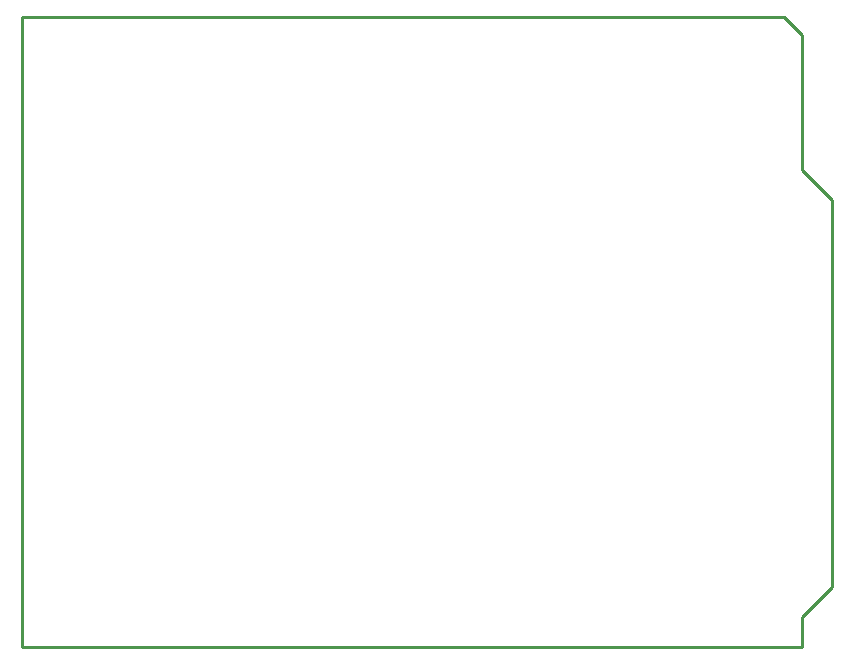
<source format=gko>
G04*
G04 #@! TF.GenerationSoftware,Altium Limited,Altium Designer,23.10.1 (27)*
G04*
G04 Layer_Color=16711935*
%FSLAX44Y44*%
%MOMM*%
G71*
G04*
G04 #@! TF.SameCoordinates,16AF5725-B043-4F5C-9A0C-3E45E005BEA5*
G04*
G04*
G04 #@! TF.FilePolarity,Positive*
G04*
G01*
G75*
%ADD16C,0.2540*%
D16*
X685800Y50800D02*
Y378460D01*
X0Y0D02*
Y533400D01*
Y0D02*
X660400D01*
X0Y533400D02*
X645160D01*
X660400Y0D02*
Y25400D01*
X685800Y50800D01*
X660400Y403861D02*
X685800Y378460D01*
X660400Y403861D02*
Y518160D01*
X645160Y533400D02*
X660400Y518160D01*
M02*

</source>
